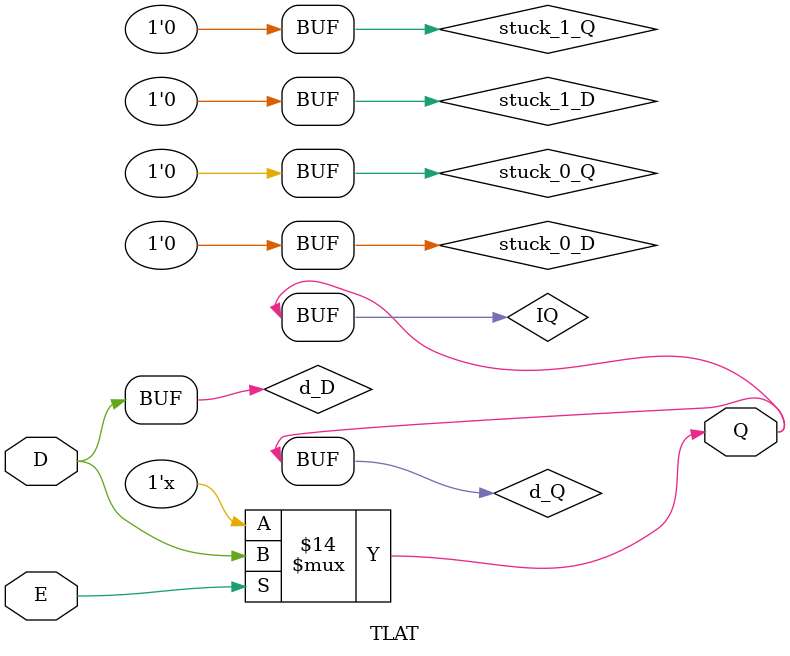
<source format=v>
module TLAT (output Q, input E, input D);
`ifdef REGISTER
initial begin
   $display("register  %m.stuck_0_Q output");
   $display("register  %m.stuck_1_Q output");
   $display("register  %m.stuck_0_D input");
   $display("register  %m.stuck_1_D input");
end
`endif
reg stuck_0_Q; initial stuck_0_Q=0;
reg stuck_1_Q; initial stuck_1_Q=0;
wire d_Q;
assign Q = stuck_1_Q ? 1 : stuck_0_Q ? 0 : d_Q;
reg stuck_0_D; initial stuck_0_D=0;
reg stuck_1_D; initial stuck_1_D=0;
wire d_D = stuck_1_D ? 1 : stuck_0_D ? 0 : D;
reg IQ;
wire IQN = !IQ;
always @* if (E) IQ = d_D;
assign d_Q = IQ;
endmodule

</source>
